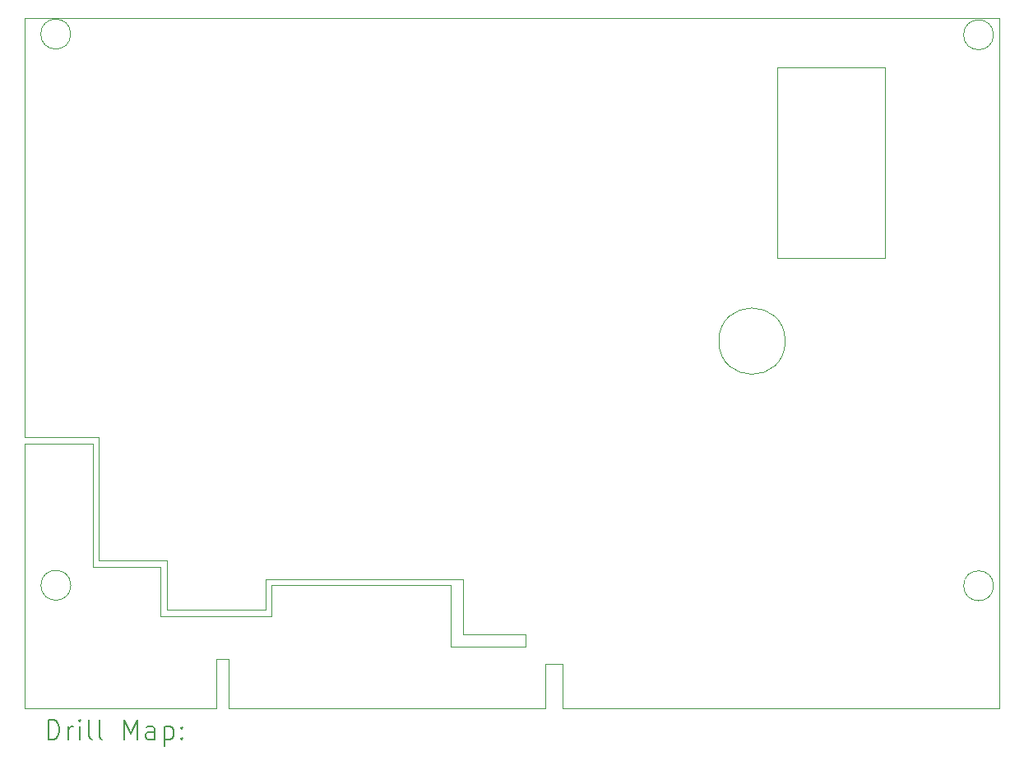
<source format=gbr>
%TF.GenerationSoftware,KiCad,Pcbnew,7.0.1*%
%TF.CreationDate,2023-09-22T18:52:29+02:00*%
%TF.ProjectId,Scheda Attivatore,53636865-6461-4204-9174-74697661746f,rev?*%
%TF.SameCoordinates,Original*%
%TF.FileFunction,Drillmap*%
%TF.FilePolarity,Positive*%
%FSLAX45Y45*%
G04 Gerber Fmt 4.5, Leading zero omitted, Abs format (unit mm)*
G04 Created by KiCad (PCBNEW 7.0.1) date 2023-09-22 18:52:29*
%MOMM*%
%LPD*%
G01*
G04 APERTURE LIST*
%ADD10C,0.100000*%
%ADD11C,0.200000*%
G04 APERTURE END LIST*
D10*
X15468600Y-12827000D02*
X15951200Y-12827000D01*
X18621461Y-9676549D02*
G75*
G03*
X18621461Y-9676549I-341461J0D01*
G01*
X15303500Y-12700000D02*
X15303500Y-12128500D01*
X16332200Y-13462000D02*
X20828000Y-13462000D01*
X13271500Y-12128500D02*
X13271500Y-12446000D01*
X16154400Y-13106400D02*
X16154400Y-13462000D01*
X12763500Y-13462000D02*
X12763500Y-13081000D01*
X12763500Y-12954000D02*
X12890500Y-12954000D01*
X13335000Y-12509500D02*
X13335000Y-12192000D01*
X19646900Y-6858000D02*
X19646900Y-8820150D01*
X19646900Y-8820150D02*
X18542000Y-8820150D01*
X10795000Y-10668000D02*
X10795000Y-6350000D01*
X10795000Y-10731500D02*
X10795000Y-13462000D01*
X15938500Y-12700000D02*
X15303500Y-12700000D01*
X11557000Y-11938000D02*
X11557000Y-10668000D01*
X11266500Y-6512560D02*
G75*
G03*
X11266500Y-6512560I-154000J0D01*
G01*
X13335000Y-12192000D02*
X15176500Y-12192000D01*
X12763500Y-13462000D02*
X10795000Y-13462000D01*
X16332200Y-13462000D02*
X16332200Y-13017500D01*
X15938500Y-12700000D02*
X15951200Y-12700000D01*
X12763500Y-13081000D02*
X12763500Y-12954000D01*
X11493500Y-12001500D02*
X12192000Y-12001500D01*
X12192000Y-12001500D02*
X12192000Y-12509500D01*
X15176500Y-12827000D02*
X15468600Y-12827000D01*
X20828000Y-6350000D02*
X20828000Y-13462000D01*
X20766100Y-12197080D02*
G75*
G03*
X20766100Y-12197080I-154000J0D01*
G01*
X15951200Y-12700000D02*
X15951200Y-12827000D01*
X15303500Y-12128500D02*
X13271500Y-12128500D01*
X16332200Y-13004800D02*
X16332200Y-13017500D01*
X11268100Y-12192000D02*
G75*
G03*
X11268100Y-12192000I-154000J0D01*
G01*
X13271500Y-12446000D02*
X12255500Y-12446000D01*
X20766100Y-6520000D02*
G75*
G03*
X20766100Y-6520000I-154000J0D01*
G01*
X16154400Y-13004800D02*
X16332200Y-13004800D01*
X11493500Y-10731500D02*
X11493500Y-12001500D01*
X18542000Y-6858000D02*
X19646900Y-6858000D01*
X11557000Y-10668000D02*
X10795000Y-10668000D01*
X16154400Y-13462000D02*
X12890500Y-13462000D01*
X10795000Y-10731500D02*
X11493500Y-10731500D01*
X10795000Y-6350000D02*
X20828000Y-6350000D01*
X12255500Y-12446000D02*
X12255500Y-11938000D01*
X12890500Y-12954000D02*
X12890500Y-13462000D01*
X12192000Y-12509500D02*
X13335000Y-12509500D01*
X12255500Y-11938000D02*
X11557000Y-11938000D01*
X18542000Y-8820150D02*
X18542000Y-6858000D01*
X16154400Y-13106400D02*
X16154400Y-13004800D01*
X15176500Y-12192000D02*
X15176500Y-12827000D01*
D11*
X11037619Y-13779524D02*
X11037619Y-13579524D01*
X11037619Y-13579524D02*
X11085238Y-13579524D01*
X11085238Y-13579524D02*
X11113810Y-13589048D01*
X11113810Y-13589048D02*
X11132857Y-13608095D01*
X11132857Y-13608095D02*
X11142381Y-13627143D01*
X11142381Y-13627143D02*
X11151905Y-13665238D01*
X11151905Y-13665238D02*
X11151905Y-13693809D01*
X11151905Y-13693809D02*
X11142381Y-13731905D01*
X11142381Y-13731905D02*
X11132857Y-13750952D01*
X11132857Y-13750952D02*
X11113810Y-13770000D01*
X11113810Y-13770000D02*
X11085238Y-13779524D01*
X11085238Y-13779524D02*
X11037619Y-13779524D01*
X11237619Y-13779524D02*
X11237619Y-13646190D01*
X11237619Y-13684286D02*
X11247143Y-13665238D01*
X11247143Y-13665238D02*
X11256667Y-13655714D01*
X11256667Y-13655714D02*
X11275714Y-13646190D01*
X11275714Y-13646190D02*
X11294762Y-13646190D01*
X11361428Y-13779524D02*
X11361428Y-13646190D01*
X11361428Y-13579524D02*
X11351905Y-13589048D01*
X11351905Y-13589048D02*
X11361428Y-13598571D01*
X11361428Y-13598571D02*
X11370952Y-13589048D01*
X11370952Y-13589048D02*
X11361428Y-13579524D01*
X11361428Y-13579524D02*
X11361428Y-13598571D01*
X11485238Y-13779524D02*
X11466190Y-13770000D01*
X11466190Y-13770000D02*
X11456667Y-13750952D01*
X11456667Y-13750952D02*
X11456667Y-13579524D01*
X11590000Y-13779524D02*
X11570952Y-13770000D01*
X11570952Y-13770000D02*
X11561428Y-13750952D01*
X11561428Y-13750952D02*
X11561428Y-13579524D01*
X11818571Y-13779524D02*
X11818571Y-13579524D01*
X11818571Y-13579524D02*
X11885238Y-13722381D01*
X11885238Y-13722381D02*
X11951905Y-13579524D01*
X11951905Y-13579524D02*
X11951905Y-13779524D01*
X12132857Y-13779524D02*
X12132857Y-13674762D01*
X12132857Y-13674762D02*
X12123333Y-13655714D01*
X12123333Y-13655714D02*
X12104286Y-13646190D01*
X12104286Y-13646190D02*
X12066190Y-13646190D01*
X12066190Y-13646190D02*
X12047143Y-13655714D01*
X12132857Y-13770000D02*
X12113809Y-13779524D01*
X12113809Y-13779524D02*
X12066190Y-13779524D01*
X12066190Y-13779524D02*
X12047143Y-13770000D01*
X12047143Y-13770000D02*
X12037619Y-13750952D01*
X12037619Y-13750952D02*
X12037619Y-13731905D01*
X12037619Y-13731905D02*
X12047143Y-13712857D01*
X12047143Y-13712857D02*
X12066190Y-13703333D01*
X12066190Y-13703333D02*
X12113809Y-13703333D01*
X12113809Y-13703333D02*
X12132857Y-13693809D01*
X12228095Y-13646190D02*
X12228095Y-13846190D01*
X12228095Y-13655714D02*
X12247143Y-13646190D01*
X12247143Y-13646190D02*
X12285238Y-13646190D01*
X12285238Y-13646190D02*
X12304286Y-13655714D01*
X12304286Y-13655714D02*
X12313809Y-13665238D01*
X12313809Y-13665238D02*
X12323333Y-13684286D01*
X12323333Y-13684286D02*
X12323333Y-13741428D01*
X12323333Y-13741428D02*
X12313809Y-13760476D01*
X12313809Y-13760476D02*
X12304286Y-13770000D01*
X12304286Y-13770000D02*
X12285238Y-13779524D01*
X12285238Y-13779524D02*
X12247143Y-13779524D01*
X12247143Y-13779524D02*
X12228095Y-13770000D01*
X12409048Y-13760476D02*
X12418571Y-13770000D01*
X12418571Y-13770000D02*
X12409048Y-13779524D01*
X12409048Y-13779524D02*
X12399524Y-13770000D01*
X12399524Y-13770000D02*
X12409048Y-13760476D01*
X12409048Y-13760476D02*
X12409048Y-13779524D01*
X12409048Y-13655714D02*
X12418571Y-13665238D01*
X12418571Y-13665238D02*
X12409048Y-13674762D01*
X12409048Y-13674762D02*
X12399524Y-13665238D01*
X12399524Y-13665238D02*
X12409048Y-13655714D01*
X12409048Y-13655714D02*
X12409048Y-13674762D01*
M02*

</source>
